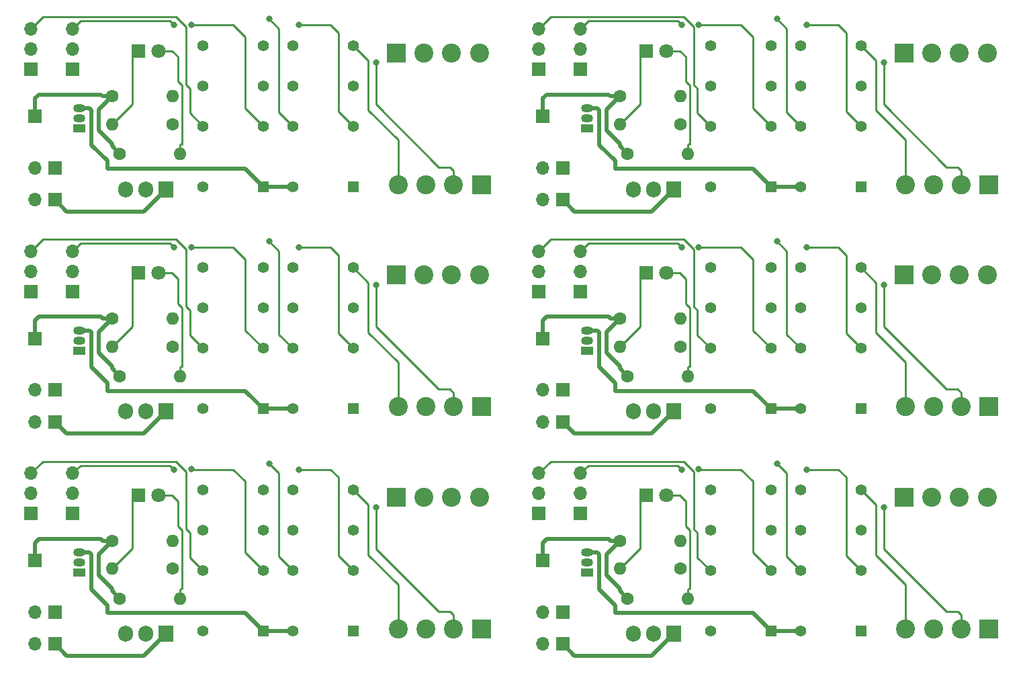
<source format=gbr>
%TF.GenerationSoftware,KiCad,Pcbnew,7.0.9*%
%TF.CreationDate,2024-06-08T21:24:25-04:00*%
%TF.ProjectId,Jackless-Panel,4a61636b-6c65-4737-932d-50616e656c2e,rev?*%
%TF.SameCoordinates,Original*%
%TF.FileFunction,Copper,L1,Top*%
%TF.FilePolarity,Positive*%
%FSLAX46Y46*%
G04 Gerber Fmt 4.6, Leading zero omitted, Abs format (unit mm)*
G04 Created by KiCad (PCBNEW 7.0.9) date 2024-06-08 21:24:25*
%MOMM*%
%LPD*%
G01*
G04 APERTURE LIST*
%TA.AperFunction,ComponentPad*%
%ADD10R,1.800000X1.800000*%
%TD*%
%TA.AperFunction,ComponentPad*%
%ADD11C,1.800000*%
%TD*%
%TA.AperFunction,ComponentPad*%
%ADD12R,1.700000X1.700000*%
%TD*%
%TA.AperFunction,ComponentPad*%
%ADD13O,1.700000X1.700000*%
%TD*%
%TA.AperFunction,ComponentPad*%
%ADD14R,1.500000X1.050000*%
%TD*%
%TA.AperFunction,ComponentPad*%
%ADD15O,1.500000X1.050000*%
%TD*%
%TA.AperFunction,ComponentPad*%
%ADD16R,1.400000X1.400000*%
%TD*%
%TA.AperFunction,ComponentPad*%
%ADD17C,1.400000*%
%TD*%
%TA.AperFunction,ComponentPad*%
%ADD18C,1.600000*%
%TD*%
%TA.AperFunction,ComponentPad*%
%ADD19O,1.600000X1.600000*%
%TD*%
%TA.AperFunction,ComponentPad*%
%ADD20R,2.400000X2.400000*%
%TD*%
%TA.AperFunction,ComponentPad*%
%ADD21C,2.400000*%
%TD*%
%TA.AperFunction,ComponentPad*%
%ADD22R,1.905000X2.000000*%
%TD*%
%TA.AperFunction,ComponentPad*%
%ADD23O,1.905000X2.000000*%
%TD*%
%TA.AperFunction,ViaPad*%
%ADD24C,0.800000*%
%TD*%
%TA.AperFunction,Conductor*%
%ADD25C,0.500000*%
%TD*%
%TA.AperFunction,Conductor*%
%ADD26C,0.250000*%
%TD*%
G04 APERTURE END LIST*
D10*
%TO.P,D1,1,K*%
%TO.N,Board_2-/Ctrl_GND*%
X101025000Y-52750000D03*
D11*
%TO.P,D1,2,A*%
%TO.N,Board_2-Net-(D1-A)*%
X103565000Y-52750000D03*
%TD*%
D12*
%TO.P,Out1,1,Pin_1*%
%TO.N,Board_5-/Signal_Gnd*%
X156750000Y-83080000D03*
D13*
%TO.P,Out1,2,Pin_2*%
%TO.N,Board_5-/L_out*%
X156750000Y-80540000D03*
%TO.P,Out1,3,Pin_3*%
%TO.N,Board_5-/R_out*%
X156750000Y-78000000D03*
%TD*%
D14*
%TO.P,QL1,1,S*%
%TO.N,Board_3-/Ctrl_GND*%
X157610000Y-62520000D03*
D15*
%TO.P,QL1,2,G*%
%TO.N,Board_3-Net-(QL1-G)*%
X157610000Y-61250000D03*
%TO.P,QL1,3,D*%
%TO.N,Board_3-Net-(QL1-D)*%
X157610000Y-59980000D03*
%TD*%
D12*
%TO.P,J1,1,Pin_1*%
%TO.N,Board_0-/Control*%
X88000000Y-33000000D03*
%TD*%
%TO.P,J3,1,Pin_1*%
%TO.N,Board_0-/9V*%
X90500000Y-39500000D03*
D13*
%TO.P,J3,2,Pin_2*%
%TO.N,Board_0-/Ctrl_GND*%
X87960000Y-39500000D03*
%TD*%
D16*
%TO.P,Left/Mono1,1*%
%TO.N,Board_1-/5V*%
X192120000Y-41857500D03*
D17*
%TO.P,Left/Mono1,4*%
%TO.N,Board_1-/L_out*%
X192120000Y-34237500D03*
%TO.P,Left/Mono1,6*%
%TO.N,Board_1-Net-(Left/Mono1-Pad11)*%
X192120000Y-29157500D03*
%TO.P,Left/Mono1,8*%
%TO.N,Board_1-/L_Return*%
X192120000Y-24077500D03*
%TO.P,Left/Mono1,9*%
%TO.N,Board_1-/L_Send*%
X184500000Y-24077500D03*
%TO.P,Left/Mono1,11*%
%TO.N,Board_1-Net-(Left/Mono1-Pad11)*%
X184500000Y-29157500D03*
%TO.P,Left/Mono1,13*%
%TO.N,Board_1-/L_in*%
X184500000Y-34237500D03*
%TO.P,Left/Mono1,16*%
%TO.N,Board_1-Net-(QL1-D)*%
X184500000Y-41857500D03*
%TD*%
D10*
%TO.P,D1,1,K*%
%TO.N,Board_4-/Ctrl_GND*%
X101025000Y-80750000D03*
D11*
%TO.P,D1,2,A*%
%TO.N,Board_4-Net-(D1-A)*%
X103565000Y-80750000D03*
%TD*%
D18*
%TO.P,LGate1,1*%
%TO.N,Board_0-/Control*%
X97690000Y-30500000D03*
D19*
%TO.P,LGate1,2*%
%TO.N,Board_0-Net-(QL1-G)*%
X105310000Y-30500000D03*
%TD*%
D16*
%TO.P,Left/Mono1,1*%
%TO.N,Board_4-/5V*%
X128120000Y-97857500D03*
D17*
%TO.P,Left/Mono1,4*%
%TO.N,Board_4-/L_out*%
X128120000Y-90237500D03*
%TO.P,Left/Mono1,6*%
%TO.N,Board_4-Net-(Left/Mono1-Pad11)*%
X128120000Y-85157500D03*
%TO.P,Left/Mono1,8*%
%TO.N,Board_4-/L_Return*%
X128120000Y-80077500D03*
%TO.P,Left/Mono1,9*%
%TO.N,Board_4-/L_Send*%
X120500000Y-80077500D03*
%TO.P,Left/Mono1,11*%
%TO.N,Board_4-Net-(Left/Mono1-Pad11)*%
X120500000Y-85157500D03*
%TO.P,Left/Mono1,13*%
%TO.N,Board_4-/L_in*%
X120500000Y-90237500D03*
%TO.P,Left/Mono1,16*%
%TO.N,Board_4-Net-(QL1-D)*%
X120500000Y-97857500D03*
%TD*%
D18*
%TO.P,LeftPD1,1*%
%TO.N,Board_5-Net-(QL1-G)*%
X169310000Y-90000000D03*
D19*
%TO.P,LeftPD1,2*%
%TO.N,Board_5-/Ctrl_GND*%
X161690000Y-90000000D03*
%TD*%
D16*
%TO.P,Left/Mono1,1*%
%TO.N,Board_2-/5V*%
X128120000Y-69857500D03*
D17*
%TO.P,Left/Mono1,4*%
%TO.N,Board_2-/L_out*%
X128120000Y-62237500D03*
%TO.P,Left/Mono1,6*%
%TO.N,Board_2-Net-(Left/Mono1-Pad11)*%
X128120000Y-57157500D03*
%TO.P,Left/Mono1,8*%
%TO.N,Board_2-/L_Return*%
X128120000Y-52077500D03*
%TO.P,Left/Mono1,9*%
%TO.N,Board_2-/L_Send*%
X120500000Y-52077500D03*
%TO.P,Left/Mono1,11*%
%TO.N,Board_2-Net-(Left/Mono1-Pad11)*%
X120500000Y-57157500D03*
%TO.P,Left/Mono1,13*%
%TO.N,Board_2-/L_in*%
X120500000Y-62237500D03*
%TO.P,Left/Mono1,16*%
%TO.N,Board_2-Net-(QL1-D)*%
X120500000Y-69857500D03*
%TD*%
D10*
%TO.P,D1,1,K*%
%TO.N,Board_5-/Ctrl_GND*%
X165025000Y-80750000D03*
D11*
%TO.P,D1,2,A*%
%TO.N,Board_5-Net-(D1-A)*%
X167565000Y-80750000D03*
%TD*%
D18*
%TO.P,LGate1,1*%
%TO.N,Board_1-/Control*%
X161690000Y-30500000D03*
D19*
%TO.P,LGate1,2*%
%TO.N,Board_1-Net-(QL1-G)*%
X169310000Y-30500000D03*
%TD*%
D20*
%TO.P,J5,1,Pin_1*%
%TO.N,Board_0-/L_Send*%
X133500000Y-25000000D03*
D21*
%TO.P,J5,2,Pin_2*%
%TO.N,Board_0-/Signal_Gnd*%
X137000000Y-25000000D03*
%TO.P,J5,3,Pin_3*%
%TO.N,Board_0-/R_send*%
X140500000Y-25000000D03*
%TO.P,J5,4,Pin_4*%
%TO.N,Board_0-/Signal_Gnd*%
X144000000Y-25000000D03*
%TD*%
D18*
%TO.P,LeftPD1,1*%
%TO.N,Board_2-Net-(QL1-G)*%
X105310000Y-62000000D03*
D19*
%TO.P,LeftPD1,2*%
%TO.N,Board_2-/Ctrl_GND*%
X97690000Y-62000000D03*
%TD*%
D18*
%TO.P,RLed1,1*%
%TO.N,Board_4-/Control*%
X98690000Y-93750000D03*
D19*
%TO.P,RLed1,2*%
%TO.N,Board_4-Net-(D1-A)*%
X106310000Y-93750000D03*
%TD*%
D18*
%TO.P,LeftPD1,1*%
%TO.N,Board_0-Net-(QL1-G)*%
X105310000Y-34000000D03*
D19*
%TO.P,LeftPD1,2*%
%TO.N,Board_0-/Ctrl_GND*%
X97690000Y-34000000D03*
%TD*%
D16*
%TO.P,Right1,1*%
%TO.N,Board_1-Net-(QL1-D)*%
X180762500Y-41857500D03*
D17*
%TO.P,Right1,4*%
%TO.N,Board_1-/R_out*%
X180762500Y-34237500D03*
%TO.P,Right1,6*%
%TO.N,Board_1-Net-(Right1-Pad11)*%
X180762500Y-29157500D03*
%TO.P,Right1,8*%
%TO.N,Board_1-/R_Return*%
X180762500Y-24077500D03*
%TO.P,Right1,9*%
%TO.N,Board_1-/R_send*%
X173142500Y-24077500D03*
%TO.P,Right1,11*%
%TO.N,Board_1-Net-(Right1-Pad11)*%
X173142500Y-29157500D03*
%TO.P,Right1,13*%
%TO.N,Board_1-/R_in*%
X173142500Y-34237500D03*
%TO.P,Right1,16*%
%TO.N,Board_1-/5V*%
X173142500Y-41857500D03*
%TD*%
D18*
%TO.P,RLed1,1*%
%TO.N,Board_2-/Control*%
X98690000Y-65750000D03*
D19*
%TO.P,RLed1,2*%
%TO.N,Board_2-Net-(D1-A)*%
X106310000Y-65750000D03*
%TD*%
D12*
%TO.P,In1,1,Pin_1*%
%TO.N,Board_2-/Signal_Gnd*%
X87500000Y-55080000D03*
D13*
%TO.P,In1,2,Pin_2*%
%TO.N,Board_2-/L_in*%
X87500000Y-52540000D03*
%TO.P,In1,3,Pin_3*%
%TO.N,Board_2-/R_in*%
X87500000Y-50000000D03*
%TD*%
D12*
%TO.P,In1,1,Pin_1*%
%TO.N,Board_3-/Signal_Gnd*%
X151500000Y-55080000D03*
D13*
%TO.P,In1,2,Pin_2*%
%TO.N,Board_3-/L_in*%
X151500000Y-52540000D03*
%TO.P,In1,3,Pin_3*%
%TO.N,Board_3-/R_in*%
X151500000Y-50000000D03*
%TD*%
D12*
%TO.P,J1,1,Pin_1*%
%TO.N,Board_5-/Control*%
X152000000Y-89000000D03*
%TD*%
D16*
%TO.P,Left/Mono1,1*%
%TO.N,Board_3-/5V*%
X192120000Y-69857500D03*
D17*
%TO.P,Left/Mono1,4*%
%TO.N,Board_3-/L_out*%
X192120000Y-62237500D03*
%TO.P,Left/Mono1,6*%
%TO.N,Board_3-Net-(Left/Mono1-Pad11)*%
X192120000Y-57157500D03*
%TO.P,Left/Mono1,8*%
%TO.N,Board_3-/L_Return*%
X192120000Y-52077500D03*
%TO.P,Left/Mono1,9*%
%TO.N,Board_3-/L_Send*%
X184500000Y-52077500D03*
%TO.P,Left/Mono1,11*%
%TO.N,Board_3-Net-(Left/Mono1-Pad11)*%
X184500000Y-57157500D03*
%TO.P,Left/Mono1,13*%
%TO.N,Board_3-/L_in*%
X184500000Y-62237500D03*
%TO.P,Left/Mono1,16*%
%TO.N,Board_3-Net-(QL1-D)*%
X184500000Y-69857500D03*
%TD*%
D20*
%TO.P,J5,1,Pin_1*%
%TO.N,Board_5-/L_Send*%
X197500000Y-81000000D03*
D21*
%TO.P,J5,2,Pin_2*%
%TO.N,Board_5-/Signal_Gnd*%
X201000000Y-81000000D03*
%TO.P,J5,3,Pin_3*%
%TO.N,Board_5-/R_send*%
X204500000Y-81000000D03*
%TO.P,J5,4,Pin_4*%
%TO.N,Board_5-/Signal_Gnd*%
X208000000Y-81000000D03*
%TD*%
D12*
%TO.P,In1,1,Pin_1*%
%TO.N,Board_4-/Signal_Gnd*%
X87500000Y-83080000D03*
D13*
%TO.P,In1,2,Pin_2*%
%TO.N,Board_4-/L_in*%
X87500000Y-80540000D03*
%TO.P,In1,3,Pin_3*%
%TO.N,Board_4-/R_in*%
X87500000Y-78000000D03*
%TD*%
D18*
%TO.P,LGate1,1*%
%TO.N,Board_4-/Control*%
X97690000Y-86500000D03*
D19*
%TO.P,LGate1,2*%
%TO.N,Board_4-Net-(QL1-G)*%
X105310000Y-86500000D03*
%TD*%
D16*
%TO.P,Left/Mono1,1*%
%TO.N,Board_5-/5V*%
X192120000Y-97857500D03*
D17*
%TO.P,Left/Mono1,4*%
%TO.N,Board_5-/L_out*%
X192120000Y-90237500D03*
%TO.P,Left/Mono1,6*%
%TO.N,Board_5-Net-(Left/Mono1-Pad11)*%
X192120000Y-85157500D03*
%TO.P,Left/Mono1,8*%
%TO.N,Board_5-/L_Return*%
X192120000Y-80077500D03*
%TO.P,Left/Mono1,9*%
%TO.N,Board_5-/L_Send*%
X184500000Y-80077500D03*
%TO.P,Left/Mono1,11*%
%TO.N,Board_5-Net-(Left/Mono1-Pad11)*%
X184500000Y-85157500D03*
%TO.P,Left/Mono1,13*%
%TO.N,Board_5-/L_in*%
X184500000Y-90237500D03*
%TO.P,Left/Mono1,16*%
%TO.N,Board_5-Net-(QL1-D)*%
X184500000Y-97857500D03*
%TD*%
D18*
%TO.P,RLed1,1*%
%TO.N,Board_0-/Control*%
X98690000Y-37750000D03*
D19*
%TO.P,RLed1,2*%
%TO.N,Board_0-Net-(D1-A)*%
X106310000Y-37750000D03*
%TD*%
D20*
%TO.P,J5,1,Pin_1*%
%TO.N,Board_2-/L_Send*%
X133500000Y-53000000D03*
D21*
%TO.P,J5,2,Pin_2*%
%TO.N,Board_2-/Signal_Gnd*%
X137000000Y-53000000D03*
%TO.P,J5,3,Pin_3*%
%TO.N,Board_2-/R_send*%
X140500000Y-53000000D03*
%TO.P,J5,4,Pin_4*%
%TO.N,Board_2-/Signal_Gnd*%
X144000000Y-53000000D03*
%TD*%
D18*
%TO.P,LeftPD1,1*%
%TO.N,Board_1-Net-(QL1-G)*%
X169310000Y-34000000D03*
D19*
%TO.P,LeftPD1,2*%
%TO.N,Board_1-/Ctrl_GND*%
X161690000Y-34000000D03*
%TD*%
D12*
%TO.P,J2,1,Pin_1*%
%TO.N,Board_4-/9V*%
X90500000Y-99500000D03*
D13*
%TO.P,J2,2,Pin_2*%
%TO.N,Board_4-/Ctrl_GND*%
X87960000Y-99500000D03*
%TD*%
D18*
%TO.P,RLed1,1*%
%TO.N,Board_1-/Control*%
X162690000Y-37750000D03*
D19*
%TO.P,RLed1,2*%
%TO.N,Board_1-Net-(D1-A)*%
X170310000Y-37750000D03*
%TD*%
D12*
%TO.P,Out1,1,Pin_1*%
%TO.N,Board_0-/Signal_Gnd*%
X92750000Y-27080000D03*
D13*
%TO.P,Out1,2,Pin_2*%
%TO.N,Board_0-/L_out*%
X92750000Y-24540000D03*
%TO.P,Out1,3,Pin_3*%
%TO.N,Board_0-/R_out*%
X92750000Y-22000000D03*
%TD*%
D12*
%TO.P,J1,1,Pin_1*%
%TO.N,Board_3-/Control*%
X152000000Y-61000000D03*
%TD*%
D10*
%TO.P,D1,1,K*%
%TO.N,Board_3-/Ctrl_GND*%
X165025000Y-52750000D03*
D11*
%TO.P,D1,2,A*%
%TO.N,Board_3-Net-(D1-A)*%
X167565000Y-52750000D03*
%TD*%
D20*
%TO.P,J4,1,Pin_1*%
%TO.N,Board_4-/Signal_Gnd*%
X144250000Y-97600000D03*
D21*
%TO.P,J4,2,Pin_2*%
%TO.N,Board_4-/R_Return*%
X140750000Y-97600000D03*
%TO.P,J4,3,Pin_3*%
%TO.N,Board_4-/Signal_Gnd*%
X137250000Y-97600000D03*
%TO.P,J4,4,Pin_4*%
%TO.N,Board_4-/L_Return*%
X133750000Y-97600000D03*
%TD*%
D12*
%TO.P,Out1,1,Pin_1*%
%TO.N,Board_4-/Signal_Gnd*%
X92750000Y-83080000D03*
D13*
%TO.P,Out1,2,Pin_2*%
%TO.N,Board_4-/L_out*%
X92750000Y-80540000D03*
%TO.P,Out1,3,Pin_3*%
%TO.N,Board_4-/R_out*%
X92750000Y-78000000D03*
%TD*%
D16*
%TO.P,Right1,1*%
%TO.N,Board_4-Net-(QL1-D)*%
X116762500Y-97857500D03*
D17*
%TO.P,Right1,4*%
%TO.N,Board_4-/R_out*%
X116762500Y-90237500D03*
%TO.P,Right1,6*%
%TO.N,Board_4-Net-(Right1-Pad11)*%
X116762500Y-85157500D03*
%TO.P,Right1,8*%
%TO.N,Board_4-/R_Return*%
X116762500Y-80077500D03*
%TO.P,Right1,9*%
%TO.N,Board_4-/R_send*%
X109142500Y-80077500D03*
%TO.P,Right1,11*%
%TO.N,Board_4-Net-(Right1-Pad11)*%
X109142500Y-85157500D03*
%TO.P,Right1,13*%
%TO.N,Board_4-/R_in*%
X109142500Y-90237500D03*
%TO.P,Right1,16*%
%TO.N,Board_4-/5V*%
X109142500Y-97857500D03*
%TD*%
D18*
%TO.P,LeftPD1,1*%
%TO.N,Board_3-Net-(QL1-G)*%
X169310000Y-62000000D03*
D19*
%TO.P,LeftPD1,2*%
%TO.N,Board_3-/Ctrl_GND*%
X161690000Y-62000000D03*
%TD*%
D12*
%TO.P,Out1,1,Pin_1*%
%TO.N,Board_1-/Signal_Gnd*%
X156750000Y-27080000D03*
D13*
%TO.P,Out1,2,Pin_2*%
%TO.N,Board_1-/L_out*%
X156750000Y-24540000D03*
%TO.P,Out1,3,Pin_3*%
%TO.N,Board_1-/R_out*%
X156750000Y-22000000D03*
%TD*%
D12*
%TO.P,Out1,1,Pin_1*%
%TO.N,Board_3-/Signal_Gnd*%
X156750000Y-55080000D03*
D13*
%TO.P,Out1,2,Pin_2*%
%TO.N,Board_3-/L_out*%
X156750000Y-52540000D03*
%TO.P,Out1,3,Pin_3*%
%TO.N,Board_3-/R_out*%
X156750000Y-50000000D03*
%TD*%
D12*
%TO.P,J2,1,Pin_1*%
%TO.N,Board_2-/9V*%
X90500000Y-71500000D03*
D13*
%TO.P,J2,2,Pin_2*%
%TO.N,Board_2-/Ctrl_GND*%
X87960000Y-71500000D03*
%TD*%
D12*
%TO.P,J3,1,Pin_1*%
%TO.N,Board_4-/9V*%
X90500000Y-95500000D03*
D13*
%TO.P,J3,2,Pin_2*%
%TO.N,Board_4-/Ctrl_GND*%
X87960000Y-95500000D03*
%TD*%
D12*
%TO.P,Out1,1,Pin_1*%
%TO.N,Board_2-/Signal_Gnd*%
X92750000Y-55080000D03*
D13*
%TO.P,Out1,2,Pin_2*%
%TO.N,Board_2-/L_out*%
X92750000Y-52540000D03*
%TO.P,Out1,3,Pin_3*%
%TO.N,Board_2-/R_out*%
X92750000Y-50000000D03*
%TD*%
D12*
%TO.P,In1,1,Pin_1*%
%TO.N,Board_5-/Signal_Gnd*%
X151500000Y-83080000D03*
D13*
%TO.P,In1,2,Pin_2*%
%TO.N,Board_5-/L_in*%
X151500000Y-80540000D03*
%TO.P,In1,3,Pin_3*%
%TO.N,Board_5-/R_in*%
X151500000Y-78000000D03*
%TD*%
D12*
%TO.P,J1,1,Pin_1*%
%TO.N,Board_2-/Control*%
X88000000Y-61000000D03*
%TD*%
D20*
%TO.P,J4,1,Pin_1*%
%TO.N,Board_2-/Signal_Gnd*%
X144250000Y-69600000D03*
D21*
%TO.P,J4,2,Pin_2*%
%TO.N,Board_2-/R_Return*%
X140750000Y-69600000D03*
%TO.P,J4,3,Pin_3*%
%TO.N,Board_2-/Signal_Gnd*%
X137250000Y-69600000D03*
%TO.P,J4,4,Pin_4*%
%TO.N,Board_2-/L_Return*%
X133750000Y-69600000D03*
%TD*%
D12*
%TO.P,J2,1,Pin_1*%
%TO.N,Board_5-/9V*%
X154500000Y-99500000D03*
D13*
%TO.P,J2,2,Pin_2*%
%TO.N,Board_5-/Ctrl_GND*%
X151960000Y-99500000D03*
%TD*%
D12*
%TO.P,In1,1,Pin_1*%
%TO.N,Board_1-/Signal_Gnd*%
X151500000Y-27080000D03*
D13*
%TO.P,In1,2,Pin_2*%
%TO.N,Board_1-/L_in*%
X151500000Y-24540000D03*
%TO.P,In1,3,Pin_3*%
%TO.N,Board_1-/R_in*%
X151500000Y-22000000D03*
%TD*%
D12*
%TO.P,J3,1,Pin_1*%
%TO.N,Board_3-/9V*%
X154500000Y-67500000D03*
D13*
%TO.P,J3,2,Pin_2*%
%TO.N,Board_3-/Ctrl_GND*%
X151960000Y-67500000D03*
%TD*%
D18*
%TO.P,LGate1,1*%
%TO.N,Board_3-/Control*%
X161690000Y-58500000D03*
D19*
%TO.P,LGate1,2*%
%TO.N,Board_3-Net-(QL1-G)*%
X169310000Y-58500000D03*
%TD*%
D22*
%TO.P,U1,1,IN*%
%TO.N,Board_3-/9V*%
X168500000Y-70200000D03*
D23*
%TO.P,U1,2,GND*%
%TO.N,Board_3-/Ctrl_GND*%
X165960000Y-70200000D03*
%TO.P,U1,3,OUT*%
%TO.N,Board_3-/5V*%
X163420000Y-70200000D03*
%TD*%
D20*
%TO.P,J5,1,Pin_1*%
%TO.N,Board_1-/L_Send*%
X197500000Y-25000000D03*
D21*
%TO.P,J5,2,Pin_2*%
%TO.N,Board_1-/Signal_Gnd*%
X201000000Y-25000000D03*
%TO.P,J5,3,Pin_3*%
%TO.N,Board_1-/R_send*%
X204500000Y-25000000D03*
%TO.P,J5,4,Pin_4*%
%TO.N,Board_1-/Signal_Gnd*%
X208000000Y-25000000D03*
%TD*%
D12*
%TO.P,J1,1,Pin_1*%
%TO.N,Board_4-/Control*%
X88000000Y-89000000D03*
%TD*%
D14*
%TO.P,QL1,1,S*%
%TO.N,Board_5-/Ctrl_GND*%
X157610000Y-90520000D03*
D15*
%TO.P,QL1,2,G*%
%TO.N,Board_5-Net-(QL1-G)*%
X157610000Y-89250000D03*
%TO.P,QL1,3,D*%
%TO.N,Board_5-Net-(QL1-D)*%
X157610000Y-87980000D03*
%TD*%
D22*
%TO.P,U1,1,IN*%
%TO.N,Board_5-/9V*%
X168500000Y-98200000D03*
D23*
%TO.P,U1,2,GND*%
%TO.N,Board_5-/Ctrl_GND*%
X165960000Y-98200000D03*
%TO.P,U1,3,OUT*%
%TO.N,Board_5-/5V*%
X163420000Y-98200000D03*
%TD*%
D14*
%TO.P,QL1,1,S*%
%TO.N,Board_4-/Ctrl_GND*%
X93610000Y-90520000D03*
D15*
%TO.P,QL1,2,G*%
%TO.N,Board_4-Net-(QL1-G)*%
X93610000Y-89250000D03*
%TO.P,QL1,3,D*%
%TO.N,Board_4-Net-(QL1-D)*%
X93610000Y-87980000D03*
%TD*%
D12*
%TO.P,J2,1,Pin_1*%
%TO.N,Board_0-/9V*%
X90500000Y-43500000D03*
D13*
%TO.P,J2,2,Pin_2*%
%TO.N,Board_0-/Ctrl_GND*%
X87960000Y-43500000D03*
%TD*%
D16*
%TO.P,Right1,1*%
%TO.N,Board_3-Net-(QL1-D)*%
X180762500Y-69857500D03*
D17*
%TO.P,Right1,4*%
%TO.N,Board_3-/R_out*%
X180762500Y-62237500D03*
%TO.P,Right1,6*%
%TO.N,Board_3-Net-(Right1-Pad11)*%
X180762500Y-57157500D03*
%TO.P,Right1,8*%
%TO.N,Board_3-/R_Return*%
X180762500Y-52077500D03*
%TO.P,Right1,9*%
%TO.N,Board_3-/R_send*%
X173142500Y-52077500D03*
%TO.P,Right1,11*%
%TO.N,Board_3-Net-(Right1-Pad11)*%
X173142500Y-57157500D03*
%TO.P,Right1,13*%
%TO.N,Board_3-/R_in*%
X173142500Y-62237500D03*
%TO.P,Right1,16*%
%TO.N,Board_3-/5V*%
X173142500Y-69857500D03*
%TD*%
D10*
%TO.P,D1,1,K*%
%TO.N,Board_1-/Ctrl_GND*%
X165025000Y-24750000D03*
D11*
%TO.P,D1,2,A*%
%TO.N,Board_1-Net-(D1-A)*%
X167565000Y-24750000D03*
%TD*%
D18*
%TO.P,LGate1,1*%
%TO.N,Board_5-/Control*%
X161690000Y-86500000D03*
D19*
%TO.P,LGate1,2*%
%TO.N,Board_5-Net-(QL1-G)*%
X169310000Y-86500000D03*
%TD*%
D20*
%TO.P,J5,1,Pin_1*%
%TO.N,Board_3-/L_Send*%
X197500000Y-53000000D03*
D21*
%TO.P,J5,2,Pin_2*%
%TO.N,Board_3-/Signal_Gnd*%
X201000000Y-53000000D03*
%TO.P,J5,3,Pin_3*%
%TO.N,Board_3-/R_send*%
X204500000Y-53000000D03*
%TO.P,J5,4,Pin_4*%
%TO.N,Board_3-/Signal_Gnd*%
X208000000Y-53000000D03*
%TD*%
D22*
%TO.P,U1,1,IN*%
%TO.N,Board_0-/9V*%
X104500000Y-42200000D03*
D23*
%TO.P,U1,2,GND*%
%TO.N,Board_0-/Ctrl_GND*%
X101960000Y-42200000D03*
%TO.P,U1,3,OUT*%
%TO.N,Board_0-/5V*%
X99420000Y-42200000D03*
%TD*%
D10*
%TO.P,D1,1,K*%
%TO.N,Board_0-/Ctrl_GND*%
X101025000Y-24750000D03*
D11*
%TO.P,D1,2,A*%
%TO.N,Board_0-Net-(D1-A)*%
X103565000Y-24750000D03*
%TD*%
D22*
%TO.P,U1,1,IN*%
%TO.N,Board_2-/9V*%
X104500000Y-70200000D03*
D23*
%TO.P,U1,2,GND*%
%TO.N,Board_2-/Ctrl_GND*%
X101960000Y-70200000D03*
%TO.P,U1,3,OUT*%
%TO.N,Board_2-/5V*%
X99420000Y-70200000D03*
%TD*%
D18*
%TO.P,LeftPD1,1*%
%TO.N,Board_4-Net-(QL1-G)*%
X105310000Y-90000000D03*
D19*
%TO.P,LeftPD1,2*%
%TO.N,Board_4-/Ctrl_GND*%
X97690000Y-90000000D03*
%TD*%
D20*
%TO.P,J4,1,Pin_1*%
%TO.N,Board_1-/Signal_Gnd*%
X208250000Y-41600000D03*
D21*
%TO.P,J4,2,Pin_2*%
%TO.N,Board_1-/R_Return*%
X204750000Y-41600000D03*
%TO.P,J4,3,Pin_3*%
%TO.N,Board_1-/Signal_Gnd*%
X201250000Y-41600000D03*
%TO.P,J4,4,Pin_4*%
%TO.N,Board_1-/L_Return*%
X197750000Y-41600000D03*
%TD*%
D18*
%TO.P,RLed1,1*%
%TO.N,Board_5-/Control*%
X162690000Y-93750000D03*
D19*
%TO.P,RLed1,2*%
%TO.N,Board_5-Net-(D1-A)*%
X170310000Y-93750000D03*
%TD*%
D14*
%TO.P,QL1,1,S*%
%TO.N,Board_1-/Ctrl_GND*%
X157610000Y-34520000D03*
D15*
%TO.P,QL1,2,G*%
%TO.N,Board_1-Net-(QL1-G)*%
X157610000Y-33250000D03*
%TO.P,QL1,3,D*%
%TO.N,Board_1-Net-(QL1-D)*%
X157610000Y-31980000D03*
%TD*%
D20*
%TO.P,J4,1,Pin_1*%
%TO.N,Board_3-/Signal_Gnd*%
X208250000Y-69600000D03*
D21*
%TO.P,J4,2,Pin_2*%
%TO.N,Board_3-/R_Return*%
X204750000Y-69600000D03*
%TO.P,J4,3,Pin_3*%
%TO.N,Board_3-/Signal_Gnd*%
X201250000Y-69600000D03*
%TO.P,J4,4,Pin_4*%
%TO.N,Board_3-/L_Return*%
X197750000Y-69600000D03*
%TD*%
D20*
%TO.P,J4,1,Pin_1*%
%TO.N,Board_0-/Signal_Gnd*%
X144250000Y-41600000D03*
D21*
%TO.P,J4,2,Pin_2*%
%TO.N,Board_0-/R_Return*%
X140750000Y-41600000D03*
%TO.P,J4,3,Pin_3*%
%TO.N,Board_0-/Signal_Gnd*%
X137250000Y-41600000D03*
%TO.P,J4,4,Pin_4*%
%TO.N,Board_0-/L_Return*%
X133750000Y-41600000D03*
%TD*%
D18*
%TO.P,RLed1,1*%
%TO.N,Board_3-/Control*%
X162690000Y-65750000D03*
D19*
%TO.P,RLed1,2*%
%TO.N,Board_3-Net-(D1-A)*%
X170310000Y-65750000D03*
%TD*%
D22*
%TO.P,U1,1,IN*%
%TO.N,Board_4-/9V*%
X104500000Y-98200000D03*
D23*
%TO.P,U1,2,GND*%
%TO.N,Board_4-/Ctrl_GND*%
X101960000Y-98200000D03*
%TO.P,U1,3,OUT*%
%TO.N,Board_4-/5V*%
X99420000Y-98200000D03*
%TD*%
D12*
%TO.P,In1,1,Pin_1*%
%TO.N,Board_0-/Signal_Gnd*%
X87500000Y-27080000D03*
D13*
%TO.P,In1,2,Pin_2*%
%TO.N,Board_0-/L_in*%
X87500000Y-24540000D03*
%TO.P,In1,3,Pin_3*%
%TO.N,Board_0-/R_in*%
X87500000Y-22000000D03*
%TD*%
D12*
%TO.P,J3,1,Pin_1*%
%TO.N,Board_1-/9V*%
X154500000Y-39500000D03*
D13*
%TO.P,J3,2,Pin_2*%
%TO.N,Board_1-/Ctrl_GND*%
X151960000Y-39500000D03*
%TD*%
D16*
%TO.P,Right1,1*%
%TO.N,Board_2-Net-(QL1-D)*%
X116762500Y-69857500D03*
D17*
%TO.P,Right1,4*%
%TO.N,Board_2-/R_out*%
X116762500Y-62237500D03*
%TO.P,Right1,6*%
%TO.N,Board_2-Net-(Right1-Pad11)*%
X116762500Y-57157500D03*
%TO.P,Right1,8*%
%TO.N,Board_2-/R_Return*%
X116762500Y-52077500D03*
%TO.P,Right1,9*%
%TO.N,Board_2-/R_send*%
X109142500Y-52077500D03*
%TO.P,Right1,11*%
%TO.N,Board_2-Net-(Right1-Pad11)*%
X109142500Y-57157500D03*
%TO.P,Right1,13*%
%TO.N,Board_2-/R_in*%
X109142500Y-62237500D03*
%TO.P,Right1,16*%
%TO.N,Board_2-/5V*%
X109142500Y-69857500D03*
%TD*%
D20*
%TO.P,J4,1,Pin_1*%
%TO.N,Board_5-/Signal_Gnd*%
X208250000Y-97600000D03*
D21*
%TO.P,J4,2,Pin_2*%
%TO.N,Board_5-/R_Return*%
X204750000Y-97600000D03*
%TO.P,J4,3,Pin_3*%
%TO.N,Board_5-/Signal_Gnd*%
X201250000Y-97600000D03*
%TO.P,J4,4,Pin_4*%
%TO.N,Board_5-/L_Return*%
X197750000Y-97600000D03*
%TD*%
D14*
%TO.P,QL1,1,S*%
%TO.N,Board_2-/Ctrl_GND*%
X93610000Y-62520000D03*
D15*
%TO.P,QL1,2,G*%
%TO.N,Board_2-Net-(QL1-G)*%
X93610000Y-61250000D03*
%TO.P,QL1,3,D*%
%TO.N,Board_2-Net-(QL1-D)*%
X93610000Y-59980000D03*
%TD*%
D12*
%TO.P,J2,1,Pin_1*%
%TO.N,Board_3-/9V*%
X154500000Y-71500000D03*
D13*
%TO.P,J2,2,Pin_2*%
%TO.N,Board_3-/Ctrl_GND*%
X151960000Y-71500000D03*
%TD*%
D12*
%TO.P,J3,1,Pin_1*%
%TO.N,Board_2-/9V*%
X90500000Y-67500000D03*
D13*
%TO.P,J3,2,Pin_2*%
%TO.N,Board_2-/Ctrl_GND*%
X87960000Y-67500000D03*
%TD*%
D16*
%TO.P,Right1,1*%
%TO.N,Board_0-Net-(QL1-D)*%
X116762500Y-41857500D03*
D17*
%TO.P,Right1,4*%
%TO.N,Board_0-/R_out*%
X116762500Y-34237500D03*
%TO.P,Right1,6*%
%TO.N,Board_0-Net-(Right1-Pad11)*%
X116762500Y-29157500D03*
%TO.P,Right1,8*%
%TO.N,Board_0-/R_Return*%
X116762500Y-24077500D03*
%TO.P,Right1,9*%
%TO.N,Board_0-/R_send*%
X109142500Y-24077500D03*
%TO.P,Right1,11*%
%TO.N,Board_0-Net-(Right1-Pad11)*%
X109142500Y-29157500D03*
%TO.P,Right1,13*%
%TO.N,Board_0-/R_in*%
X109142500Y-34237500D03*
%TO.P,Right1,16*%
%TO.N,Board_0-/5V*%
X109142500Y-41857500D03*
%TD*%
D22*
%TO.P,U1,1,IN*%
%TO.N,Board_1-/9V*%
X168500000Y-42200000D03*
D23*
%TO.P,U1,2,GND*%
%TO.N,Board_1-/Ctrl_GND*%
X165960000Y-42200000D03*
%TO.P,U1,3,OUT*%
%TO.N,Board_1-/5V*%
X163420000Y-42200000D03*
%TD*%
D14*
%TO.P,QL1,1,S*%
%TO.N,Board_0-/Ctrl_GND*%
X93610000Y-34520000D03*
D15*
%TO.P,QL1,2,G*%
%TO.N,Board_0-Net-(QL1-G)*%
X93610000Y-33250000D03*
%TO.P,QL1,3,D*%
%TO.N,Board_0-Net-(QL1-D)*%
X93610000Y-31980000D03*
%TD*%
D12*
%TO.P,J3,1,Pin_1*%
%TO.N,Board_5-/9V*%
X154500000Y-95500000D03*
D13*
%TO.P,J3,2,Pin_2*%
%TO.N,Board_5-/Ctrl_GND*%
X151960000Y-95500000D03*
%TD*%
D18*
%TO.P,LGate1,1*%
%TO.N,Board_2-/Control*%
X97690000Y-58500000D03*
D19*
%TO.P,LGate1,2*%
%TO.N,Board_2-Net-(QL1-G)*%
X105310000Y-58500000D03*
%TD*%
D12*
%TO.P,J2,1,Pin_1*%
%TO.N,Board_1-/9V*%
X154500000Y-43500000D03*
D13*
%TO.P,J2,2,Pin_2*%
%TO.N,Board_1-/Ctrl_GND*%
X151960000Y-43500000D03*
%TD*%
D20*
%TO.P,J5,1,Pin_1*%
%TO.N,Board_4-/L_Send*%
X133500000Y-81000000D03*
D21*
%TO.P,J5,2,Pin_2*%
%TO.N,Board_4-/Signal_Gnd*%
X137000000Y-81000000D03*
%TO.P,J5,3,Pin_3*%
%TO.N,Board_4-/R_send*%
X140500000Y-81000000D03*
%TO.P,J5,4,Pin_4*%
%TO.N,Board_4-/Signal_Gnd*%
X144000000Y-81000000D03*
%TD*%
D16*
%TO.P,Left/Mono1,1*%
%TO.N,Board_0-/5V*%
X128120000Y-41857500D03*
D17*
%TO.P,Left/Mono1,4*%
%TO.N,Board_0-/L_out*%
X128120000Y-34237500D03*
%TO.P,Left/Mono1,6*%
%TO.N,Board_0-Net-(Left/Mono1-Pad11)*%
X128120000Y-29157500D03*
%TO.P,Left/Mono1,8*%
%TO.N,Board_0-/L_Return*%
X128120000Y-24077500D03*
%TO.P,Left/Mono1,9*%
%TO.N,Board_0-/L_Send*%
X120500000Y-24077500D03*
%TO.P,Left/Mono1,11*%
%TO.N,Board_0-Net-(Left/Mono1-Pad11)*%
X120500000Y-29157500D03*
%TO.P,Left/Mono1,13*%
%TO.N,Board_0-/L_in*%
X120500000Y-34237500D03*
%TO.P,Left/Mono1,16*%
%TO.N,Board_0-Net-(QL1-D)*%
X120500000Y-41857500D03*
%TD*%
D12*
%TO.P,J1,1,Pin_1*%
%TO.N,Board_1-/Control*%
X152000000Y-33000000D03*
%TD*%
D16*
%TO.P,Right1,1*%
%TO.N,Board_5-Net-(QL1-D)*%
X180762500Y-97857500D03*
D17*
%TO.P,Right1,4*%
%TO.N,Board_5-/R_out*%
X180762500Y-90237500D03*
%TO.P,Right1,6*%
%TO.N,Board_5-Net-(Right1-Pad11)*%
X180762500Y-85157500D03*
%TO.P,Right1,8*%
%TO.N,Board_5-/R_Return*%
X180762500Y-80077500D03*
%TO.P,Right1,9*%
%TO.N,Board_5-/R_send*%
X173142500Y-80077500D03*
%TO.P,Right1,11*%
%TO.N,Board_5-Net-(Right1-Pad11)*%
X173142500Y-85157500D03*
%TO.P,Right1,13*%
%TO.N,Board_5-/R_in*%
X173142500Y-90237500D03*
%TO.P,Right1,16*%
%TO.N,Board_5-/5V*%
X173142500Y-97857500D03*
%TD*%
D24*
%TO.N,Board_5-/R_out*%
X169500000Y-77500000D03*
X171669591Y-77474500D03*
%TO.N,Board_5-/R_Return*%
X195000000Y-82250000D03*
%TO.N,Board_5-/L_out*%
X185250000Y-77500000D03*
%TO.N,Board_5-/L_in*%
X181500000Y-76750000D03*
%TO.N,Board_4-/R_out*%
X105500000Y-77500000D03*
X107669591Y-77474500D03*
%TO.N,Board_4-/R_Return*%
X131000000Y-82250000D03*
%TO.N,Board_4-/L_out*%
X121250000Y-77500000D03*
%TO.N,Board_4-/L_in*%
X117500000Y-76750000D03*
%TO.N,Board_3-/R_out*%
X169500000Y-49500000D03*
X171669591Y-49474500D03*
%TO.N,Board_3-/R_Return*%
X195000000Y-54250000D03*
%TO.N,Board_3-/L_out*%
X185250000Y-49500000D03*
%TO.N,Board_3-/L_in*%
X181500000Y-48750000D03*
%TO.N,Board_2-/R_out*%
X105500000Y-49500000D03*
X107669591Y-49474500D03*
%TO.N,Board_2-/R_Return*%
X131000000Y-54250000D03*
%TO.N,Board_2-/L_out*%
X121250000Y-49500000D03*
%TO.N,Board_2-/L_in*%
X117500000Y-48750000D03*
%TO.N,Board_1-/R_out*%
X171669591Y-21474500D03*
X169500000Y-21500000D03*
%TO.N,Board_1-/R_Return*%
X195000000Y-26250000D03*
%TO.N,Board_1-/L_out*%
X185250000Y-21500000D03*
%TO.N,Board_1-/L_in*%
X181500000Y-20750000D03*
%TO.N,Board_0-/R_out*%
X105500000Y-21500000D03*
X107669591Y-21474500D03*
%TO.N,Board_0-/R_Return*%
X131000000Y-26250000D03*
%TO.N,Board_0-/L_out*%
X121250000Y-21500000D03*
%TO.N,Board_0-/L_in*%
X117500000Y-20750000D03*
%TD*%
D25*
%TO.N,Board_5-Net-(QL1-D)*%
X161100000Y-94600000D02*
X161100000Y-95600000D01*
X157610000Y-87980000D02*
X158860000Y-87980000D01*
X158860000Y-87980000D02*
X159100000Y-88220000D01*
X159100000Y-88220000D02*
X159100000Y-92600000D01*
X161100000Y-95600000D02*
X178505000Y-95600000D01*
X178505000Y-95600000D02*
X180762500Y-97857500D01*
X159100000Y-92600000D02*
X161100000Y-94600000D01*
X184500000Y-97857500D02*
X180762500Y-97857500D01*
D26*
%TO.N,Board_5-Net-(D1-A)*%
X170500000Y-85136396D02*
X170500000Y-92400000D01*
X170000000Y-84636396D02*
X170500000Y-85136396D01*
X169250000Y-80750000D02*
X170000000Y-81500000D01*
X167565000Y-80750000D02*
X169250000Y-80750000D01*
X170000000Y-81500000D02*
X170000000Y-84636396D01*
X170500000Y-92400000D02*
X170500000Y-92560000D01*
X170500000Y-92400000D02*
X170310000Y-92590000D01*
X170310000Y-92590000D02*
X170310000Y-93750000D01*
%TO.N,Board_5-/R_out*%
X177000000Y-77500000D02*
X178500000Y-79000000D01*
X178500000Y-87975000D02*
X180762500Y-90237500D01*
X178500000Y-79000000D02*
X178500000Y-87975000D01*
X169000000Y-77000000D02*
X169500000Y-77500000D01*
X157750000Y-77000000D02*
X156750000Y-78000000D01*
X158250000Y-77000000D02*
X168500000Y-77000000D01*
X168500000Y-77000000D02*
X169000000Y-77000000D01*
X158250000Y-77000000D02*
X157750000Y-77000000D01*
X171695091Y-77500000D02*
X177000000Y-77500000D01*
X171669591Y-77474500D02*
X171695091Y-77500000D01*
%TO.N,Board_5-/R_in*%
X171500000Y-85500000D02*
X171500000Y-88595000D01*
X171500000Y-88595000D02*
X173142500Y-90237500D01*
X151500000Y-78000000D02*
X153000000Y-76500000D01*
X153000000Y-76500000D02*
X169750000Y-76500000D01*
X171000000Y-85000000D02*
X171500000Y-85500000D01*
X169750000Y-76500000D02*
X171000000Y-77750000D01*
X171000000Y-77750000D02*
X171000000Y-85000000D01*
%TO.N,Board_5-/R_Return*%
X204300000Y-95400000D02*
X204750000Y-95850000D01*
X195000000Y-87500000D02*
X202900000Y-95400000D01*
X195000000Y-82250000D02*
X195000000Y-87500000D01*
X202900000Y-95400000D02*
X204300000Y-95400000D01*
X204750000Y-95850000D02*
X204750000Y-97600000D01*
%TO.N,Board_5-/L_out*%
X185250000Y-77500000D02*
X189250000Y-77500000D01*
X190250000Y-88367500D02*
X192120000Y-90237500D01*
X189250000Y-77500000D02*
X190250000Y-78500000D01*
X190250000Y-78500000D02*
X190250000Y-88367500D01*
%TO.N,Board_5-/L_in*%
X182750000Y-78000000D02*
X182750000Y-88487500D01*
X182750000Y-88487500D02*
X184500000Y-90237500D01*
X181500000Y-76750000D02*
X182750000Y-78000000D01*
%TO.N,Board_5-/L_Return*%
X192120000Y-80077500D02*
X194000000Y-81957500D01*
X194000000Y-81957500D02*
X194000000Y-88250000D01*
X197750000Y-92000000D02*
X197750000Y-97600000D01*
X194000000Y-88250000D02*
X197750000Y-92000000D01*
%TO.N,Board_5-/Ctrl_GND*%
X164675000Y-80750000D02*
X164225000Y-81200000D01*
X164225000Y-81200000D02*
X164225000Y-87465000D01*
X164225000Y-87465000D02*
X161690000Y-90000000D01*
X165025000Y-80750000D02*
X164675000Y-80750000D01*
D25*
%TO.N,Board_5-/Control*%
X160250000Y-86250000D02*
X160500000Y-86500000D01*
X161690000Y-92490000D02*
X161690000Y-92750000D01*
X161690000Y-86500000D02*
X160000000Y-88190000D01*
X161690000Y-92750000D02*
X162690000Y-93750000D01*
X160000000Y-88190000D02*
X160000000Y-90800000D01*
X152500000Y-86250000D02*
X160250000Y-86250000D01*
X161690000Y-92490000D02*
X160000000Y-90800000D01*
X160500000Y-86500000D02*
X161690000Y-86500000D01*
X152000000Y-89000000D02*
X152000000Y-86750000D01*
X152000000Y-86750000D02*
X152500000Y-86250000D01*
%TO.N,Board_5-/9V*%
X165700000Y-101000000D02*
X168500000Y-98200000D01*
X156000000Y-101000000D02*
X165700000Y-101000000D01*
X154500000Y-99500000D02*
X156000000Y-101000000D01*
%TO.N,Board_4-Net-(QL1-D)*%
X114505000Y-95600000D02*
X116762500Y-97857500D01*
X95100000Y-92600000D02*
X97100000Y-94600000D01*
X97100000Y-94600000D02*
X97100000Y-95600000D01*
X93610000Y-87980000D02*
X94860000Y-87980000D01*
X97100000Y-95600000D02*
X114505000Y-95600000D01*
X95100000Y-88220000D02*
X95100000Y-92600000D01*
X94860000Y-87980000D02*
X95100000Y-88220000D01*
X120500000Y-97857500D02*
X116762500Y-97857500D01*
D26*
%TO.N,Board_4-Net-(D1-A)*%
X106500000Y-85136396D02*
X106500000Y-92400000D01*
X105250000Y-80750000D02*
X106000000Y-81500000D01*
X106500000Y-92400000D02*
X106500000Y-92560000D01*
X106000000Y-84636396D02*
X106500000Y-85136396D01*
X106500000Y-92400000D02*
X106310000Y-92590000D01*
X106000000Y-81500000D02*
X106000000Y-84636396D01*
X106310000Y-92590000D02*
X106310000Y-93750000D01*
X103565000Y-80750000D02*
X105250000Y-80750000D01*
%TO.N,Board_4-/R_out*%
X114500000Y-87975000D02*
X116762500Y-90237500D01*
X104500000Y-77000000D02*
X105000000Y-77000000D01*
X93750000Y-77000000D02*
X92750000Y-78000000D01*
X107695091Y-77500000D02*
X113000000Y-77500000D01*
X94250000Y-77000000D02*
X104500000Y-77000000D01*
X94250000Y-77000000D02*
X93750000Y-77000000D01*
X107669591Y-77474500D02*
X107695091Y-77500000D01*
X105000000Y-77000000D02*
X105500000Y-77500000D01*
X114500000Y-79000000D02*
X114500000Y-87975000D01*
X113000000Y-77500000D02*
X114500000Y-79000000D01*
%TO.N,Board_4-/R_in*%
X107000000Y-77750000D02*
X107000000Y-85000000D01*
X107500000Y-85500000D02*
X107500000Y-88595000D01*
X89000000Y-76500000D02*
X105750000Y-76500000D01*
X107000000Y-85000000D02*
X107500000Y-85500000D01*
X107500000Y-88595000D02*
X109142500Y-90237500D01*
X87500000Y-78000000D02*
X89000000Y-76500000D01*
X105750000Y-76500000D02*
X107000000Y-77750000D01*
%TO.N,Board_4-/R_Return*%
X131000000Y-87500000D02*
X138900000Y-95400000D01*
X138900000Y-95400000D02*
X140300000Y-95400000D01*
X140300000Y-95400000D02*
X140750000Y-95850000D01*
X131000000Y-82250000D02*
X131000000Y-87500000D01*
X140750000Y-95850000D02*
X140750000Y-97600000D01*
%TO.N,Board_4-/L_out*%
X126250000Y-88367500D02*
X128120000Y-90237500D01*
X121250000Y-77500000D02*
X125250000Y-77500000D01*
X126250000Y-78500000D02*
X126250000Y-88367500D01*
X125250000Y-77500000D02*
X126250000Y-78500000D01*
%TO.N,Board_4-/L_in*%
X117500000Y-76750000D02*
X118750000Y-78000000D01*
X118750000Y-78000000D02*
X118750000Y-88487500D01*
X118750000Y-88487500D02*
X120500000Y-90237500D01*
%TO.N,Board_4-/L_Return*%
X128120000Y-80077500D02*
X130000000Y-81957500D01*
X130000000Y-88250000D02*
X133750000Y-92000000D01*
X133750000Y-92000000D02*
X133750000Y-97600000D01*
X130000000Y-81957500D02*
X130000000Y-88250000D01*
%TO.N,Board_4-/Ctrl_GND*%
X100225000Y-87465000D02*
X97690000Y-90000000D01*
X100225000Y-81200000D02*
X100225000Y-87465000D01*
X101025000Y-80750000D02*
X100675000Y-80750000D01*
X100675000Y-80750000D02*
X100225000Y-81200000D01*
D25*
%TO.N,Board_4-/Control*%
X96250000Y-86250000D02*
X96500000Y-86500000D01*
X96000000Y-88190000D02*
X96000000Y-90800000D01*
X97690000Y-92490000D02*
X97690000Y-92750000D01*
X97690000Y-92750000D02*
X98690000Y-93750000D01*
X88000000Y-89000000D02*
X88000000Y-86750000D01*
X97690000Y-86500000D02*
X96000000Y-88190000D01*
X88000000Y-86750000D02*
X88500000Y-86250000D01*
X96500000Y-86500000D02*
X97690000Y-86500000D01*
X88500000Y-86250000D02*
X96250000Y-86250000D01*
X97690000Y-92490000D02*
X96000000Y-90800000D01*
%TO.N,Board_4-/9V*%
X101700000Y-101000000D02*
X104500000Y-98200000D01*
X92000000Y-101000000D02*
X101700000Y-101000000D01*
X90500000Y-99500000D02*
X92000000Y-101000000D01*
%TO.N,Board_3-Net-(QL1-D)*%
X161100000Y-66600000D02*
X161100000Y-67600000D01*
X161100000Y-67600000D02*
X178505000Y-67600000D01*
X157610000Y-59980000D02*
X158860000Y-59980000D01*
X159100000Y-60220000D02*
X159100000Y-64600000D01*
X158860000Y-59980000D02*
X159100000Y-60220000D01*
X184500000Y-69857500D02*
X180762500Y-69857500D01*
X178505000Y-67600000D02*
X180762500Y-69857500D01*
X159100000Y-64600000D02*
X161100000Y-66600000D01*
D26*
%TO.N,Board_3-Net-(D1-A)*%
X170310000Y-64590000D02*
X170310000Y-65750000D01*
X170000000Y-56636396D02*
X170500000Y-57136396D01*
X169250000Y-52750000D02*
X170000000Y-53500000D01*
X170500000Y-64400000D02*
X170500000Y-64560000D01*
X170000000Y-53500000D02*
X170000000Y-56636396D01*
X167565000Y-52750000D02*
X169250000Y-52750000D01*
X170500000Y-57136396D02*
X170500000Y-64400000D01*
X170500000Y-64400000D02*
X170310000Y-64590000D01*
%TO.N,Board_3-/R_out*%
X171695091Y-49500000D02*
X177000000Y-49500000D01*
X158250000Y-49000000D02*
X157750000Y-49000000D01*
X169000000Y-49000000D02*
X169500000Y-49500000D01*
X158250000Y-49000000D02*
X168500000Y-49000000D01*
X157750000Y-49000000D02*
X156750000Y-50000000D01*
X171669591Y-49474500D02*
X171695091Y-49500000D01*
X178500000Y-59975000D02*
X180762500Y-62237500D01*
X177000000Y-49500000D02*
X178500000Y-51000000D01*
X168500000Y-49000000D02*
X169000000Y-49000000D01*
X178500000Y-51000000D02*
X178500000Y-59975000D01*
%TO.N,Board_3-/R_in*%
X153000000Y-48500000D02*
X169750000Y-48500000D01*
X171500000Y-60595000D02*
X173142500Y-62237500D01*
X171000000Y-57000000D02*
X171500000Y-57500000D01*
X171000000Y-49750000D02*
X171000000Y-57000000D01*
X169750000Y-48500000D02*
X171000000Y-49750000D01*
X151500000Y-50000000D02*
X153000000Y-48500000D01*
X171500000Y-57500000D02*
X171500000Y-60595000D01*
%TO.N,Board_3-/R_Return*%
X204300000Y-67400000D02*
X204750000Y-67850000D01*
X195000000Y-59500000D02*
X202900000Y-67400000D01*
X204750000Y-67850000D02*
X204750000Y-69600000D01*
X195000000Y-54250000D02*
X195000000Y-59500000D01*
X202900000Y-67400000D02*
X204300000Y-67400000D01*
%TO.N,Board_3-/L_out*%
X190250000Y-60367500D02*
X192120000Y-62237500D01*
X190250000Y-50500000D02*
X190250000Y-60367500D01*
X185250000Y-49500000D02*
X189250000Y-49500000D01*
X189250000Y-49500000D02*
X190250000Y-50500000D01*
%TO.N,Board_3-/L_in*%
X182750000Y-60487500D02*
X184500000Y-62237500D01*
X182750000Y-50000000D02*
X182750000Y-60487500D01*
X181500000Y-48750000D02*
X182750000Y-50000000D01*
%TO.N,Board_3-/L_Return*%
X194000000Y-60250000D02*
X197750000Y-64000000D01*
X197750000Y-64000000D02*
X197750000Y-69600000D01*
X194000000Y-53957500D02*
X194000000Y-60250000D01*
X192120000Y-52077500D02*
X194000000Y-53957500D01*
%TO.N,Board_3-/Ctrl_GND*%
X164225000Y-53200000D02*
X164225000Y-59465000D01*
X164225000Y-59465000D02*
X161690000Y-62000000D01*
X165025000Y-52750000D02*
X164675000Y-52750000D01*
X164675000Y-52750000D02*
X164225000Y-53200000D01*
D25*
%TO.N,Board_3-/Control*%
X160250000Y-58250000D02*
X160500000Y-58500000D01*
X160000000Y-60190000D02*
X160000000Y-62800000D01*
X152000000Y-61000000D02*
X152000000Y-58750000D01*
X152500000Y-58250000D02*
X160250000Y-58250000D01*
X161690000Y-64490000D02*
X160000000Y-62800000D01*
X152000000Y-58750000D02*
X152500000Y-58250000D01*
X161690000Y-64490000D02*
X161690000Y-64750000D01*
X160500000Y-58500000D02*
X161690000Y-58500000D01*
X161690000Y-64750000D02*
X162690000Y-65750000D01*
X161690000Y-58500000D02*
X160000000Y-60190000D01*
%TO.N,Board_3-/9V*%
X165700000Y-73000000D02*
X168500000Y-70200000D01*
X156000000Y-73000000D02*
X165700000Y-73000000D01*
X154500000Y-71500000D02*
X156000000Y-73000000D01*
%TO.N,Board_2-Net-(QL1-D)*%
X94860000Y-59980000D02*
X95100000Y-60220000D01*
X95100000Y-60220000D02*
X95100000Y-64600000D01*
X120500000Y-69857500D02*
X116762500Y-69857500D01*
X93610000Y-59980000D02*
X94860000Y-59980000D01*
X95100000Y-64600000D02*
X97100000Y-66600000D01*
X97100000Y-66600000D02*
X97100000Y-67600000D01*
X114505000Y-67600000D02*
X116762500Y-69857500D01*
X97100000Y-67600000D02*
X114505000Y-67600000D01*
D26*
%TO.N,Board_2-Net-(D1-A)*%
X106310000Y-64590000D02*
X106310000Y-65750000D01*
X106500000Y-64400000D02*
X106310000Y-64590000D01*
X106000000Y-56636396D02*
X106500000Y-57136396D01*
X106500000Y-64400000D02*
X106500000Y-64560000D01*
X103565000Y-52750000D02*
X105250000Y-52750000D01*
X106000000Y-53500000D02*
X106000000Y-56636396D01*
X106500000Y-57136396D02*
X106500000Y-64400000D01*
X105250000Y-52750000D02*
X106000000Y-53500000D01*
%TO.N,Board_2-/R_out*%
X94250000Y-49000000D02*
X93750000Y-49000000D01*
X107669591Y-49474500D02*
X107695091Y-49500000D01*
X94250000Y-49000000D02*
X104500000Y-49000000D01*
X114500000Y-51000000D02*
X114500000Y-59975000D01*
X113000000Y-49500000D02*
X114500000Y-51000000D01*
X105000000Y-49000000D02*
X105500000Y-49500000D01*
X107695091Y-49500000D02*
X113000000Y-49500000D01*
X93750000Y-49000000D02*
X92750000Y-50000000D01*
X104500000Y-49000000D02*
X105000000Y-49000000D01*
X114500000Y-59975000D02*
X116762500Y-62237500D01*
%TO.N,Board_2-/R_in*%
X107500000Y-60595000D02*
X109142500Y-62237500D01*
X89000000Y-48500000D02*
X105750000Y-48500000D01*
X87500000Y-50000000D02*
X89000000Y-48500000D01*
X105750000Y-48500000D02*
X107000000Y-49750000D01*
X107000000Y-57000000D02*
X107500000Y-57500000D01*
X107500000Y-57500000D02*
X107500000Y-60595000D01*
X107000000Y-49750000D02*
X107000000Y-57000000D01*
%TO.N,Board_2-/R_Return*%
X140750000Y-67850000D02*
X140750000Y-69600000D01*
X131000000Y-59500000D02*
X138900000Y-67400000D01*
X138900000Y-67400000D02*
X140300000Y-67400000D01*
X140300000Y-67400000D02*
X140750000Y-67850000D01*
X131000000Y-54250000D02*
X131000000Y-59500000D01*
%TO.N,Board_2-/L_out*%
X126250000Y-50500000D02*
X126250000Y-60367500D01*
X121250000Y-49500000D02*
X125250000Y-49500000D01*
X126250000Y-60367500D02*
X128120000Y-62237500D01*
X125250000Y-49500000D02*
X126250000Y-50500000D01*
%TO.N,Board_2-/L_in*%
X118750000Y-60487500D02*
X120500000Y-62237500D01*
X117500000Y-48750000D02*
X118750000Y-50000000D01*
X118750000Y-50000000D02*
X118750000Y-60487500D01*
%TO.N,Board_2-/L_Return*%
X130000000Y-60250000D02*
X133750000Y-64000000D01*
X130000000Y-53957500D02*
X130000000Y-60250000D01*
X133750000Y-64000000D02*
X133750000Y-69600000D01*
X128120000Y-52077500D02*
X130000000Y-53957500D01*
%TO.N,Board_2-/Ctrl_GND*%
X101025000Y-52750000D02*
X100675000Y-52750000D01*
X100225000Y-53200000D02*
X100225000Y-59465000D01*
X100225000Y-59465000D02*
X97690000Y-62000000D01*
X100675000Y-52750000D02*
X100225000Y-53200000D01*
D25*
%TO.N,Board_2-/Control*%
X97690000Y-58500000D02*
X96000000Y-60190000D01*
X88000000Y-61000000D02*
X88000000Y-58750000D01*
X97690000Y-64490000D02*
X97690000Y-64750000D01*
X88500000Y-58250000D02*
X96250000Y-58250000D01*
X97690000Y-64490000D02*
X96000000Y-62800000D01*
X96000000Y-60190000D02*
X96000000Y-62800000D01*
X97690000Y-64750000D02*
X98690000Y-65750000D01*
X88000000Y-58750000D02*
X88500000Y-58250000D01*
X96500000Y-58500000D02*
X97690000Y-58500000D01*
X96250000Y-58250000D02*
X96500000Y-58500000D01*
%TO.N,Board_2-/9V*%
X92000000Y-73000000D02*
X101700000Y-73000000D01*
X101700000Y-73000000D02*
X104500000Y-70200000D01*
X90500000Y-71500000D02*
X92000000Y-73000000D01*
%TO.N,Board_1-Net-(QL1-D)*%
X159100000Y-32220000D02*
X159100000Y-36600000D01*
X178505000Y-39600000D02*
X180762500Y-41857500D01*
X157610000Y-31980000D02*
X158860000Y-31980000D01*
X158860000Y-31980000D02*
X159100000Y-32220000D01*
X161100000Y-38600000D02*
X161100000Y-39600000D01*
X159100000Y-36600000D02*
X161100000Y-38600000D01*
X161100000Y-39600000D02*
X178505000Y-39600000D01*
X184500000Y-41857500D02*
X180762500Y-41857500D01*
D26*
%TO.N,Board_1-Net-(D1-A)*%
X170000000Y-28636396D02*
X170500000Y-29136396D01*
X170310000Y-36590000D02*
X170310000Y-37750000D01*
X167565000Y-24750000D02*
X169250000Y-24750000D01*
X170500000Y-36400000D02*
X170310000Y-36590000D01*
X170000000Y-25500000D02*
X170000000Y-28636396D01*
X169250000Y-24750000D02*
X170000000Y-25500000D01*
X170500000Y-36400000D02*
X170500000Y-36560000D01*
X170500000Y-29136396D02*
X170500000Y-36400000D01*
%TO.N,Board_1-/R_out*%
X178500000Y-23000000D02*
X178500000Y-31975000D01*
X177000000Y-21500000D02*
X178500000Y-23000000D01*
X178500000Y-31975000D02*
X180762500Y-34237500D01*
X171669591Y-21474500D02*
X171695091Y-21500000D01*
X171695091Y-21500000D02*
X177000000Y-21500000D01*
X157750000Y-21000000D02*
X156750000Y-22000000D01*
X168500000Y-21000000D02*
X169000000Y-21000000D01*
X158250000Y-21000000D02*
X168500000Y-21000000D01*
X158250000Y-21000000D02*
X157750000Y-21000000D01*
X169000000Y-21000000D02*
X169500000Y-21500000D01*
%TO.N,Board_1-/R_in*%
X169750000Y-20500000D02*
X171000000Y-21750000D01*
X171500000Y-32595000D02*
X173142500Y-34237500D01*
X151500000Y-22000000D02*
X153000000Y-20500000D01*
X153000000Y-20500000D02*
X169750000Y-20500000D01*
X171000000Y-29000000D02*
X171500000Y-29500000D01*
X171500000Y-29500000D02*
X171500000Y-32595000D01*
X171000000Y-21750000D02*
X171000000Y-29000000D01*
%TO.N,Board_1-/R_Return*%
X195000000Y-26250000D02*
X195000000Y-31500000D01*
X204750000Y-39850000D02*
X204750000Y-41600000D01*
X202900000Y-39400000D02*
X204300000Y-39400000D01*
X204300000Y-39400000D02*
X204750000Y-39850000D01*
X195000000Y-31500000D02*
X202900000Y-39400000D01*
%TO.N,Board_1-/L_out*%
X185250000Y-21500000D02*
X189250000Y-21500000D01*
X190250000Y-32367500D02*
X192120000Y-34237500D01*
X189250000Y-21500000D02*
X190250000Y-22500000D01*
X190250000Y-22500000D02*
X190250000Y-32367500D01*
%TO.N,Board_1-/L_in*%
X181500000Y-20750000D02*
X182750000Y-22000000D01*
X182750000Y-22000000D02*
X182750000Y-32487500D01*
X182750000Y-32487500D02*
X184500000Y-34237500D01*
%TO.N,Board_1-/L_Return*%
X194000000Y-32250000D02*
X197750000Y-36000000D01*
X194000000Y-25957500D02*
X194000000Y-32250000D01*
X197750000Y-36000000D02*
X197750000Y-41600000D01*
X192120000Y-24077500D02*
X194000000Y-25957500D01*
%TO.N,Board_1-/Ctrl_GND*%
X164675000Y-24750000D02*
X164225000Y-25200000D01*
X165025000Y-24750000D02*
X164675000Y-24750000D01*
X164225000Y-25200000D02*
X164225000Y-31465000D01*
X164225000Y-31465000D02*
X161690000Y-34000000D01*
D25*
%TO.N,Board_1-/Control*%
X152000000Y-33000000D02*
X152000000Y-30750000D01*
X161690000Y-36490000D02*
X161690000Y-36750000D01*
X160000000Y-32190000D02*
X160000000Y-34800000D01*
X152000000Y-30750000D02*
X152500000Y-30250000D01*
X160250000Y-30250000D02*
X160500000Y-30500000D01*
X161690000Y-36750000D02*
X162690000Y-37750000D01*
X161690000Y-30500000D02*
X160000000Y-32190000D01*
X161690000Y-36490000D02*
X160000000Y-34800000D01*
X160500000Y-30500000D02*
X161690000Y-30500000D01*
X152500000Y-30250000D02*
X160250000Y-30250000D01*
%TO.N,Board_1-/9V*%
X154500000Y-43500000D02*
X156000000Y-45000000D01*
X156000000Y-45000000D02*
X165700000Y-45000000D01*
X165700000Y-45000000D02*
X168500000Y-42200000D01*
%TO.N,Board_0-Net-(QL1-D)*%
X95100000Y-36600000D02*
X97100000Y-38600000D01*
X97100000Y-39600000D02*
X114505000Y-39600000D01*
X97100000Y-38600000D02*
X97100000Y-39600000D01*
X93610000Y-31980000D02*
X94860000Y-31980000D01*
X95100000Y-32220000D02*
X95100000Y-36600000D01*
X94860000Y-31980000D02*
X95100000Y-32220000D01*
X120500000Y-41857500D02*
X116762500Y-41857500D01*
X114505000Y-39600000D02*
X116762500Y-41857500D01*
D26*
%TO.N,Board_0-Net-(D1-A)*%
X105250000Y-24750000D02*
X106000000Y-25500000D01*
X106500000Y-36400000D02*
X106500000Y-36560000D01*
X106000000Y-28636396D02*
X106500000Y-29136396D01*
X106310000Y-36590000D02*
X106310000Y-37750000D01*
X106500000Y-36400000D02*
X106310000Y-36590000D01*
X103565000Y-24750000D02*
X105250000Y-24750000D01*
X106500000Y-29136396D02*
X106500000Y-36400000D01*
X106000000Y-25500000D02*
X106000000Y-28636396D01*
%TO.N,Board_0-/R_out*%
X107669591Y-21474500D02*
X107695091Y-21500000D01*
X114500000Y-23000000D02*
X114500000Y-31975000D01*
X94250000Y-21000000D02*
X93750000Y-21000000D01*
X105000000Y-21000000D02*
X105500000Y-21500000D01*
X113000000Y-21500000D02*
X114500000Y-23000000D01*
X93750000Y-21000000D02*
X92750000Y-22000000D01*
X104500000Y-21000000D02*
X105000000Y-21000000D01*
X107695091Y-21500000D02*
X113000000Y-21500000D01*
X94250000Y-21000000D02*
X104500000Y-21000000D01*
X114500000Y-31975000D02*
X116762500Y-34237500D01*
%TO.N,Board_0-/R_in*%
X89000000Y-20500000D02*
X105750000Y-20500000D01*
X107000000Y-29000000D02*
X107500000Y-29500000D01*
X105750000Y-20500000D02*
X107000000Y-21750000D01*
X87500000Y-22000000D02*
X89000000Y-20500000D01*
X107000000Y-21750000D02*
X107000000Y-29000000D01*
X107500000Y-29500000D02*
X107500000Y-32595000D01*
X107500000Y-32595000D02*
X109142500Y-34237500D01*
%TO.N,Board_0-/R_Return*%
X131000000Y-31500000D02*
X138900000Y-39400000D01*
X140750000Y-39850000D02*
X140750000Y-41600000D01*
X140300000Y-39400000D02*
X140750000Y-39850000D01*
X138900000Y-39400000D02*
X140300000Y-39400000D01*
X131000000Y-26250000D02*
X131000000Y-31500000D01*
%TO.N,Board_0-/L_out*%
X126250000Y-32367500D02*
X128120000Y-34237500D01*
X126250000Y-22500000D02*
X126250000Y-32367500D01*
X121250000Y-21500000D02*
X125250000Y-21500000D01*
X125250000Y-21500000D02*
X126250000Y-22500000D01*
%TO.N,Board_0-/L_in*%
X118750000Y-22000000D02*
X118750000Y-32487500D01*
X117500000Y-20750000D02*
X118750000Y-22000000D01*
X118750000Y-32487500D02*
X120500000Y-34237500D01*
%TO.N,Board_0-/L_Return*%
X130000000Y-32250000D02*
X133750000Y-36000000D01*
X133750000Y-36000000D02*
X133750000Y-41600000D01*
X128120000Y-24077500D02*
X130000000Y-25957500D01*
X130000000Y-25957500D02*
X130000000Y-32250000D01*
%TO.N,Board_0-/Ctrl_GND*%
X101025000Y-24750000D02*
X100675000Y-24750000D01*
X100675000Y-24750000D02*
X100225000Y-25200000D01*
X100225000Y-25200000D02*
X100225000Y-31465000D01*
X100225000Y-31465000D02*
X97690000Y-34000000D01*
D25*
%TO.N,Board_0-/Control*%
X97690000Y-36490000D02*
X96000000Y-34800000D01*
X97690000Y-30500000D02*
X96000000Y-32190000D01*
X97690000Y-36490000D02*
X97690000Y-36750000D01*
X96000000Y-32190000D02*
X96000000Y-34800000D01*
X97690000Y-36750000D02*
X98690000Y-37750000D01*
X88000000Y-33000000D02*
X88000000Y-30750000D01*
X88000000Y-30750000D02*
X88500000Y-30250000D01*
X96500000Y-30500000D02*
X97690000Y-30500000D01*
X96250000Y-30250000D02*
X96500000Y-30500000D01*
X88500000Y-30250000D02*
X96250000Y-30250000D01*
%TO.N,Board_0-/9V*%
X90500000Y-43500000D02*
X92000000Y-45000000D01*
X92000000Y-45000000D02*
X101700000Y-45000000D01*
X101700000Y-45000000D02*
X104500000Y-42200000D01*
%TD*%
M02*

</source>
